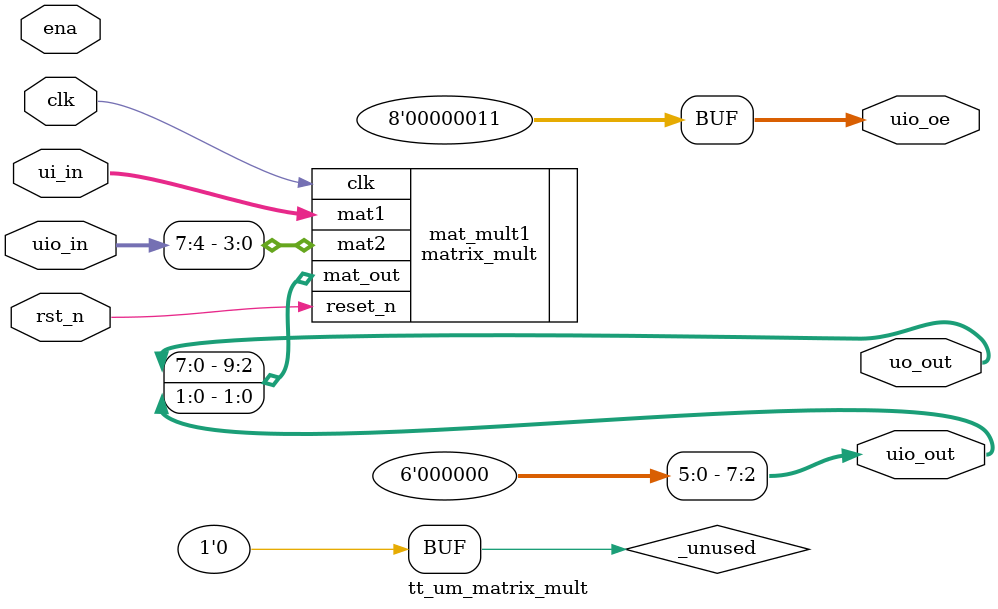
<source format=v>
/*
 * Copyright (c) 2024 Your Name
 * SPDX-License-Identifier: Apache-2.0
 */

`default_nettype none

module tt_um_matrix_mult (
    input  wire [7:0] ui_in,    // Dedicated inputs
    output wire [7:0] uo_out,   // Dedicated outputs
    input  wire [7:0] uio_in,   // IOs: Input path
    output wire [7:0] uio_out,  // IOs: Output path
    output wire [7:0] uio_oe,   // IOs: Enable path (active high: 0=input, 1=output)
    input  wire       ena,      // always 1 when the design is powered, so you can ignore it
    input  wire       clk,      // clock
    input  wire       rst_n     // reset_n - low to reset
);

    // All output pins must be assigned. If not used, assign to 0.
    assign uio_oe[1:0] = 2'b11;
    assign uio_oe[7:2] = 6'b000000;
    assign uio_out[7:2] = 6'b000000;
  

    // List all unused inputs to prevent warnings
    wire _unused = &{ena, clk, rst_n, 1'b0};

    matrix_mult mat_mult1 (.mat1(ui_in), .mat2(uio_in[7:4]), .clk(clk), .reset_n(rst_n), .mat_out({uo_out, uio_out[1:0]}));

endmodule

</source>
